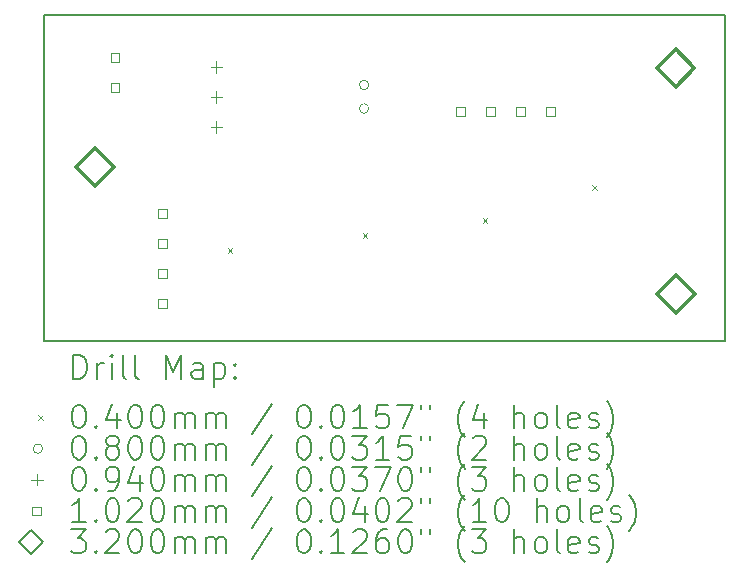
<source format=gbr>
%TF.GenerationSoftware,KiCad,Pcbnew,8.0.0*%
%TF.CreationDate,2024-04-17T17:19:13+02:00*%
%TF.ProjectId,VCU_Bis,5643555f-4269-4732-9e6b-696361645f70,rev?*%
%TF.SameCoordinates,Original*%
%TF.FileFunction,Drillmap*%
%TF.FilePolarity,Positive*%
%FSLAX45Y45*%
G04 Gerber Fmt 4.5, Leading zero omitted, Abs format (unit mm)*
G04 Created by KiCad (PCBNEW 8.0.0) date 2024-04-17 17:19:13*
%MOMM*%
%LPD*%
G01*
G04 APERTURE LIST*
%ADD10C,0.200000*%
%ADD11C,0.100000*%
%ADD12C,0.102000*%
%ADD13C,0.320000*%
G04 APERTURE END LIST*
D10*
X12964160Y-4861560D02*
X18735040Y-4861560D01*
X18735040Y-7620000D01*
X12964160Y-7620000D01*
X12964160Y-4861560D01*
D11*
X14521500Y-6838000D02*
X14561500Y-6878000D01*
X14561500Y-6838000D02*
X14521500Y-6878000D01*
X15664500Y-6711000D02*
X15704500Y-6751000D01*
X15704500Y-6711000D02*
X15664500Y-6751000D01*
X16680500Y-6584000D02*
X16720500Y-6624000D01*
X16720500Y-6584000D02*
X16680500Y-6624000D01*
X17606765Y-6303765D02*
X17646765Y-6343765D01*
X17646765Y-6303765D02*
X17606765Y-6343765D01*
X15716880Y-5453380D02*
G75*
G02*
X15636880Y-5453380I-40000J0D01*
G01*
X15636880Y-5453380D02*
G75*
G02*
X15716880Y-5453380I40000J0D01*
G01*
X15716880Y-5653380D02*
G75*
G02*
X15636880Y-5653380I-40000J0D01*
G01*
X15636880Y-5653380D02*
G75*
G02*
X15716880Y-5653380I40000J0D01*
G01*
X14424000Y-5254940D02*
X14424000Y-5348940D01*
X14377000Y-5301940D02*
X14471000Y-5301940D01*
X14424000Y-5508940D02*
X14424000Y-5602940D01*
X14377000Y-5555940D02*
X14471000Y-5555940D01*
X14424000Y-5762940D02*
X14424000Y-5856940D01*
X14377000Y-5809940D02*
X14471000Y-5809940D01*
D12*
X13602203Y-5258303D02*
X13602203Y-5186177D01*
X13530077Y-5186177D01*
X13530077Y-5258303D01*
X13602203Y-5258303D01*
X13602203Y-5512303D02*
X13602203Y-5440177D01*
X13530077Y-5440177D01*
X13530077Y-5512303D01*
X13602203Y-5512303D01*
X14006063Y-6576563D02*
X14006063Y-6504437D01*
X13933937Y-6504437D01*
X13933937Y-6576563D01*
X14006063Y-6576563D01*
X14006063Y-6830563D02*
X14006063Y-6758437D01*
X13933937Y-6758437D01*
X13933937Y-6830563D01*
X14006063Y-6830563D01*
X14006063Y-7084563D02*
X14006063Y-7012437D01*
X13933937Y-7012437D01*
X13933937Y-7084563D01*
X14006063Y-7084563D01*
X14006063Y-7338563D02*
X14006063Y-7266437D01*
X13933937Y-7266437D01*
X13933937Y-7338563D01*
X14006063Y-7338563D01*
X16528283Y-5715503D02*
X16528283Y-5643377D01*
X16456157Y-5643377D01*
X16456157Y-5715503D01*
X16528283Y-5715503D01*
X16782283Y-5715503D02*
X16782283Y-5643377D01*
X16710157Y-5643377D01*
X16710157Y-5715503D01*
X16782283Y-5715503D01*
X17036283Y-5715503D02*
X17036283Y-5643377D01*
X16964157Y-5643377D01*
X16964157Y-5715503D01*
X17036283Y-5715503D01*
X17290283Y-5715503D02*
X17290283Y-5643377D01*
X17218157Y-5643377D01*
X17218157Y-5715503D01*
X17290283Y-5715503D01*
D13*
X13398500Y-6311880D02*
X13558500Y-6151880D01*
X13398500Y-5991880D01*
X13238500Y-6151880D01*
X13398500Y-6311880D01*
X18313400Y-5473680D02*
X18473400Y-5313680D01*
X18313400Y-5153680D01*
X18153400Y-5313680D01*
X18313400Y-5473680D01*
X18315940Y-7386300D02*
X18475940Y-7226300D01*
X18315940Y-7066300D01*
X18155940Y-7226300D01*
X18315940Y-7386300D01*
D10*
X13214937Y-7941484D02*
X13214937Y-7741484D01*
X13214937Y-7741484D02*
X13262556Y-7741484D01*
X13262556Y-7741484D02*
X13291127Y-7751008D01*
X13291127Y-7751008D02*
X13310175Y-7770055D01*
X13310175Y-7770055D02*
X13319699Y-7789103D01*
X13319699Y-7789103D02*
X13329222Y-7827198D01*
X13329222Y-7827198D02*
X13329222Y-7855769D01*
X13329222Y-7855769D02*
X13319699Y-7893865D01*
X13319699Y-7893865D02*
X13310175Y-7912912D01*
X13310175Y-7912912D02*
X13291127Y-7931960D01*
X13291127Y-7931960D02*
X13262556Y-7941484D01*
X13262556Y-7941484D02*
X13214937Y-7941484D01*
X13414937Y-7941484D02*
X13414937Y-7808150D01*
X13414937Y-7846246D02*
X13424461Y-7827198D01*
X13424461Y-7827198D02*
X13433984Y-7817674D01*
X13433984Y-7817674D02*
X13453032Y-7808150D01*
X13453032Y-7808150D02*
X13472080Y-7808150D01*
X13538746Y-7941484D02*
X13538746Y-7808150D01*
X13538746Y-7741484D02*
X13529222Y-7751008D01*
X13529222Y-7751008D02*
X13538746Y-7760531D01*
X13538746Y-7760531D02*
X13548270Y-7751008D01*
X13548270Y-7751008D02*
X13538746Y-7741484D01*
X13538746Y-7741484D02*
X13538746Y-7760531D01*
X13662556Y-7941484D02*
X13643508Y-7931960D01*
X13643508Y-7931960D02*
X13633984Y-7912912D01*
X13633984Y-7912912D02*
X13633984Y-7741484D01*
X13767318Y-7941484D02*
X13748270Y-7931960D01*
X13748270Y-7931960D02*
X13738746Y-7912912D01*
X13738746Y-7912912D02*
X13738746Y-7741484D01*
X13995889Y-7941484D02*
X13995889Y-7741484D01*
X13995889Y-7741484D02*
X14062556Y-7884341D01*
X14062556Y-7884341D02*
X14129222Y-7741484D01*
X14129222Y-7741484D02*
X14129222Y-7941484D01*
X14310175Y-7941484D02*
X14310175Y-7836722D01*
X14310175Y-7836722D02*
X14300651Y-7817674D01*
X14300651Y-7817674D02*
X14281603Y-7808150D01*
X14281603Y-7808150D02*
X14243508Y-7808150D01*
X14243508Y-7808150D02*
X14224461Y-7817674D01*
X14310175Y-7931960D02*
X14291127Y-7941484D01*
X14291127Y-7941484D02*
X14243508Y-7941484D01*
X14243508Y-7941484D02*
X14224461Y-7931960D01*
X14224461Y-7931960D02*
X14214937Y-7912912D01*
X14214937Y-7912912D02*
X14214937Y-7893865D01*
X14214937Y-7893865D02*
X14224461Y-7874817D01*
X14224461Y-7874817D02*
X14243508Y-7865293D01*
X14243508Y-7865293D02*
X14291127Y-7865293D01*
X14291127Y-7865293D02*
X14310175Y-7855769D01*
X14405413Y-7808150D02*
X14405413Y-8008150D01*
X14405413Y-7817674D02*
X14424461Y-7808150D01*
X14424461Y-7808150D02*
X14462556Y-7808150D01*
X14462556Y-7808150D02*
X14481603Y-7817674D01*
X14481603Y-7817674D02*
X14491127Y-7827198D01*
X14491127Y-7827198D02*
X14500651Y-7846246D01*
X14500651Y-7846246D02*
X14500651Y-7903388D01*
X14500651Y-7903388D02*
X14491127Y-7922436D01*
X14491127Y-7922436D02*
X14481603Y-7931960D01*
X14481603Y-7931960D02*
X14462556Y-7941484D01*
X14462556Y-7941484D02*
X14424461Y-7941484D01*
X14424461Y-7941484D02*
X14405413Y-7931960D01*
X14586365Y-7922436D02*
X14595889Y-7931960D01*
X14595889Y-7931960D02*
X14586365Y-7941484D01*
X14586365Y-7941484D02*
X14576842Y-7931960D01*
X14576842Y-7931960D02*
X14586365Y-7922436D01*
X14586365Y-7922436D02*
X14586365Y-7941484D01*
X14586365Y-7817674D02*
X14595889Y-7827198D01*
X14595889Y-7827198D02*
X14586365Y-7836722D01*
X14586365Y-7836722D02*
X14576842Y-7827198D01*
X14576842Y-7827198D02*
X14586365Y-7817674D01*
X14586365Y-7817674D02*
X14586365Y-7836722D01*
D11*
X12914160Y-8250000D02*
X12954160Y-8290000D01*
X12954160Y-8250000D02*
X12914160Y-8290000D01*
D10*
X13253032Y-8161484D02*
X13272080Y-8161484D01*
X13272080Y-8161484D02*
X13291127Y-8171008D01*
X13291127Y-8171008D02*
X13300651Y-8180531D01*
X13300651Y-8180531D02*
X13310175Y-8199579D01*
X13310175Y-8199579D02*
X13319699Y-8237674D01*
X13319699Y-8237674D02*
X13319699Y-8285293D01*
X13319699Y-8285293D02*
X13310175Y-8323388D01*
X13310175Y-8323388D02*
X13300651Y-8342436D01*
X13300651Y-8342436D02*
X13291127Y-8351960D01*
X13291127Y-8351960D02*
X13272080Y-8361484D01*
X13272080Y-8361484D02*
X13253032Y-8361484D01*
X13253032Y-8361484D02*
X13233984Y-8351960D01*
X13233984Y-8351960D02*
X13224461Y-8342436D01*
X13224461Y-8342436D02*
X13214937Y-8323388D01*
X13214937Y-8323388D02*
X13205413Y-8285293D01*
X13205413Y-8285293D02*
X13205413Y-8237674D01*
X13205413Y-8237674D02*
X13214937Y-8199579D01*
X13214937Y-8199579D02*
X13224461Y-8180531D01*
X13224461Y-8180531D02*
X13233984Y-8171008D01*
X13233984Y-8171008D02*
X13253032Y-8161484D01*
X13405413Y-8342436D02*
X13414937Y-8351960D01*
X13414937Y-8351960D02*
X13405413Y-8361484D01*
X13405413Y-8361484D02*
X13395889Y-8351960D01*
X13395889Y-8351960D02*
X13405413Y-8342436D01*
X13405413Y-8342436D02*
X13405413Y-8361484D01*
X13586365Y-8228150D02*
X13586365Y-8361484D01*
X13538746Y-8151960D02*
X13491127Y-8294817D01*
X13491127Y-8294817D02*
X13614937Y-8294817D01*
X13729222Y-8161484D02*
X13748270Y-8161484D01*
X13748270Y-8161484D02*
X13767318Y-8171008D01*
X13767318Y-8171008D02*
X13776842Y-8180531D01*
X13776842Y-8180531D02*
X13786365Y-8199579D01*
X13786365Y-8199579D02*
X13795889Y-8237674D01*
X13795889Y-8237674D02*
X13795889Y-8285293D01*
X13795889Y-8285293D02*
X13786365Y-8323388D01*
X13786365Y-8323388D02*
X13776842Y-8342436D01*
X13776842Y-8342436D02*
X13767318Y-8351960D01*
X13767318Y-8351960D02*
X13748270Y-8361484D01*
X13748270Y-8361484D02*
X13729222Y-8361484D01*
X13729222Y-8361484D02*
X13710175Y-8351960D01*
X13710175Y-8351960D02*
X13700651Y-8342436D01*
X13700651Y-8342436D02*
X13691127Y-8323388D01*
X13691127Y-8323388D02*
X13681603Y-8285293D01*
X13681603Y-8285293D02*
X13681603Y-8237674D01*
X13681603Y-8237674D02*
X13691127Y-8199579D01*
X13691127Y-8199579D02*
X13700651Y-8180531D01*
X13700651Y-8180531D02*
X13710175Y-8171008D01*
X13710175Y-8171008D02*
X13729222Y-8161484D01*
X13919699Y-8161484D02*
X13938746Y-8161484D01*
X13938746Y-8161484D02*
X13957794Y-8171008D01*
X13957794Y-8171008D02*
X13967318Y-8180531D01*
X13967318Y-8180531D02*
X13976842Y-8199579D01*
X13976842Y-8199579D02*
X13986365Y-8237674D01*
X13986365Y-8237674D02*
X13986365Y-8285293D01*
X13986365Y-8285293D02*
X13976842Y-8323388D01*
X13976842Y-8323388D02*
X13967318Y-8342436D01*
X13967318Y-8342436D02*
X13957794Y-8351960D01*
X13957794Y-8351960D02*
X13938746Y-8361484D01*
X13938746Y-8361484D02*
X13919699Y-8361484D01*
X13919699Y-8361484D02*
X13900651Y-8351960D01*
X13900651Y-8351960D02*
X13891127Y-8342436D01*
X13891127Y-8342436D02*
X13881603Y-8323388D01*
X13881603Y-8323388D02*
X13872080Y-8285293D01*
X13872080Y-8285293D02*
X13872080Y-8237674D01*
X13872080Y-8237674D02*
X13881603Y-8199579D01*
X13881603Y-8199579D02*
X13891127Y-8180531D01*
X13891127Y-8180531D02*
X13900651Y-8171008D01*
X13900651Y-8171008D02*
X13919699Y-8161484D01*
X14072080Y-8361484D02*
X14072080Y-8228150D01*
X14072080Y-8247198D02*
X14081603Y-8237674D01*
X14081603Y-8237674D02*
X14100651Y-8228150D01*
X14100651Y-8228150D02*
X14129223Y-8228150D01*
X14129223Y-8228150D02*
X14148270Y-8237674D01*
X14148270Y-8237674D02*
X14157794Y-8256722D01*
X14157794Y-8256722D02*
X14157794Y-8361484D01*
X14157794Y-8256722D02*
X14167318Y-8237674D01*
X14167318Y-8237674D02*
X14186365Y-8228150D01*
X14186365Y-8228150D02*
X14214937Y-8228150D01*
X14214937Y-8228150D02*
X14233984Y-8237674D01*
X14233984Y-8237674D02*
X14243508Y-8256722D01*
X14243508Y-8256722D02*
X14243508Y-8361484D01*
X14338746Y-8361484D02*
X14338746Y-8228150D01*
X14338746Y-8247198D02*
X14348270Y-8237674D01*
X14348270Y-8237674D02*
X14367318Y-8228150D01*
X14367318Y-8228150D02*
X14395889Y-8228150D01*
X14395889Y-8228150D02*
X14414937Y-8237674D01*
X14414937Y-8237674D02*
X14424461Y-8256722D01*
X14424461Y-8256722D02*
X14424461Y-8361484D01*
X14424461Y-8256722D02*
X14433984Y-8237674D01*
X14433984Y-8237674D02*
X14453032Y-8228150D01*
X14453032Y-8228150D02*
X14481603Y-8228150D01*
X14481603Y-8228150D02*
X14500651Y-8237674D01*
X14500651Y-8237674D02*
X14510175Y-8256722D01*
X14510175Y-8256722D02*
X14510175Y-8361484D01*
X14900651Y-8151960D02*
X14729223Y-8409103D01*
X15157794Y-8161484D02*
X15176842Y-8161484D01*
X15176842Y-8161484D02*
X15195889Y-8171008D01*
X15195889Y-8171008D02*
X15205413Y-8180531D01*
X15205413Y-8180531D02*
X15214937Y-8199579D01*
X15214937Y-8199579D02*
X15224461Y-8237674D01*
X15224461Y-8237674D02*
X15224461Y-8285293D01*
X15224461Y-8285293D02*
X15214937Y-8323388D01*
X15214937Y-8323388D02*
X15205413Y-8342436D01*
X15205413Y-8342436D02*
X15195889Y-8351960D01*
X15195889Y-8351960D02*
X15176842Y-8361484D01*
X15176842Y-8361484D02*
X15157794Y-8361484D01*
X15157794Y-8361484D02*
X15138746Y-8351960D01*
X15138746Y-8351960D02*
X15129223Y-8342436D01*
X15129223Y-8342436D02*
X15119699Y-8323388D01*
X15119699Y-8323388D02*
X15110175Y-8285293D01*
X15110175Y-8285293D02*
X15110175Y-8237674D01*
X15110175Y-8237674D02*
X15119699Y-8199579D01*
X15119699Y-8199579D02*
X15129223Y-8180531D01*
X15129223Y-8180531D02*
X15138746Y-8171008D01*
X15138746Y-8171008D02*
X15157794Y-8161484D01*
X15310175Y-8342436D02*
X15319699Y-8351960D01*
X15319699Y-8351960D02*
X15310175Y-8361484D01*
X15310175Y-8361484D02*
X15300651Y-8351960D01*
X15300651Y-8351960D02*
X15310175Y-8342436D01*
X15310175Y-8342436D02*
X15310175Y-8361484D01*
X15443508Y-8161484D02*
X15462556Y-8161484D01*
X15462556Y-8161484D02*
X15481604Y-8171008D01*
X15481604Y-8171008D02*
X15491127Y-8180531D01*
X15491127Y-8180531D02*
X15500651Y-8199579D01*
X15500651Y-8199579D02*
X15510175Y-8237674D01*
X15510175Y-8237674D02*
X15510175Y-8285293D01*
X15510175Y-8285293D02*
X15500651Y-8323388D01*
X15500651Y-8323388D02*
X15491127Y-8342436D01*
X15491127Y-8342436D02*
X15481604Y-8351960D01*
X15481604Y-8351960D02*
X15462556Y-8361484D01*
X15462556Y-8361484D02*
X15443508Y-8361484D01*
X15443508Y-8361484D02*
X15424461Y-8351960D01*
X15424461Y-8351960D02*
X15414937Y-8342436D01*
X15414937Y-8342436D02*
X15405413Y-8323388D01*
X15405413Y-8323388D02*
X15395889Y-8285293D01*
X15395889Y-8285293D02*
X15395889Y-8237674D01*
X15395889Y-8237674D02*
X15405413Y-8199579D01*
X15405413Y-8199579D02*
X15414937Y-8180531D01*
X15414937Y-8180531D02*
X15424461Y-8171008D01*
X15424461Y-8171008D02*
X15443508Y-8161484D01*
X15700651Y-8361484D02*
X15586366Y-8361484D01*
X15643508Y-8361484D02*
X15643508Y-8161484D01*
X15643508Y-8161484D02*
X15624461Y-8190055D01*
X15624461Y-8190055D02*
X15605413Y-8209103D01*
X15605413Y-8209103D02*
X15586366Y-8218627D01*
X15881604Y-8161484D02*
X15786366Y-8161484D01*
X15786366Y-8161484D02*
X15776842Y-8256722D01*
X15776842Y-8256722D02*
X15786366Y-8247198D01*
X15786366Y-8247198D02*
X15805413Y-8237674D01*
X15805413Y-8237674D02*
X15853032Y-8237674D01*
X15853032Y-8237674D02*
X15872080Y-8247198D01*
X15872080Y-8247198D02*
X15881604Y-8256722D01*
X15881604Y-8256722D02*
X15891127Y-8275769D01*
X15891127Y-8275769D02*
X15891127Y-8323388D01*
X15891127Y-8323388D02*
X15881604Y-8342436D01*
X15881604Y-8342436D02*
X15872080Y-8351960D01*
X15872080Y-8351960D02*
X15853032Y-8361484D01*
X15853032Y-8361484D02*
X15805413Y-8361484D01*
X15805413Y-8361484D02*
X15786366Y-8351960D01*
X15786366Y-8351960D02*
X15776842Y-8342436D01*
X15957794Y-8161484D02*
X16091127Y-8161484D01*
X16091127Y-8161484D02*
X16005413Y-8361484D01*
X16157794Y-8161484D02*
X16157794Y-8199579D01*
X16233985Y-8161484D02*
X16233985Y-8199579D01*
X16529223Y-8437674D02*
X16519699Y-8428150D01*
X16519699Y-8428150D02*
X16500651Y-8399579D01*
X16500651Y-8399579D02*
X16491128Y-8380531D01*
X16491128Y-8380531D02*
X16481604Y-8351960D01*
X16481604Y-8351960D02*
X16472080Y-8304341D01*
X16472080Y-8304341D02*
X16472080Y-8266246D01*
X16472080Y-8266246D02*
X16481604Y-8218627D01*
X16481604Y-8218627D02*
X16491128Y-8190055D01*
X16491128Y-8190055D02*
X16500651Y-8171008D01*
X16500651Y-8171008D02*
X16519699Y-8142436D01*
X16519699Y-8142436D02*
X16529223Y-8132912D01*
X16691128Y-8228150D02*
X16691128Y-8361484D01*
X16643508Y-8151960D02*
X16595889Y-8294817D01*
X16595889Y-8294817D02*
X16719699Y-8294817D01*
X16948271Y-8361484D02*
X16948271Y-8161484D01*
X17033985Y-8361484D02*
X17033985Y-8256722D01*
X17033985Y-8256722D02*
X17024461Y-8237674D01*
X17024461Y-8237674D02*
X17005413Y-8228150D01*
X17005413Y-8228150D02*
X16976842Y-8228150D01*
X16976842Y-8228150D02*
X16957794Y-8237674D01*
X16957794Y-8237674D02*
X16948271Y-8247198D01*
X17157794Y-8361484D02*
X17138747Y-8351960D01*
X17138747Y-8351960D02*
X17129223Y-8342436D01*
X17129223Y-8342436D02*
X17119699Y-8323388D01*
X17119699Y-8323388D02*
X17119699Y-8266246D01*
X17119699Y-8266246D02*
X17129223Y-8247198D01*
X17129223Y-8247198D02*
X17138747Y-8237674D01*
X17138747Y-8237674D02*
X17157794Y-8228150D01*
X17157794Y-8228150D02*
X17186366Y-8228150D01*
X17186366Y-8228150D02*
X17205413Y-8237674D01*
X17205413Y-8237674D02*
X17214937Y-8247198D01*
X17214937Y-8247198D02*
X17224461Y-8266246D01*
X17224461Y-8266246D02*
X17224461Y-8323388D01*
X17224461Y-8323388D02*
X17214937Y-8342436D01*
X17214937Y-8342436D02*
X17205413Y-8351960D01*
X17205413Y-8351960D02*
X17186366Y-8361484D01*
X17186366Y-8361484D02*
X17157794Y-8361484D01*
X17338747Y-8361484D02*
X17319699Y-8351960D01*
X17319699Y-8351960D02*
X17310175Y-8332912D01*
X17310175Y-8332912D02*
X17310175Y-8161484D01*
X17491128Y-8351960D02*
X17472080Y-8361484D01*
X17472080Y-8361484D02*
X17433985Y-8361484D01*
X17433985Y-8361484D02*
X17414937Y-8351960D01*
X17414937Y-8351960D02*
X17405413Y-8332912D01*
X17405413Y-8332912D02*
X17405413Y-8256722D01*
X17405413Y-8256722D02*
X17414937Y-8237674D01*
X17414937Y-8237674D02*
X17433985Y-8228150D01*
X17433985Y-8228150D02*
X17472080Y-8228150D01*
X17472080Y-8228150D02*
X17491128Y-8237674D01*
X17491128Y-8237674D02*
X17500652Y-8256722D01*
X17500652Y-8256722D02*
X17500652Y-8275769D01*
X17500652Y-8275769D02*
X17405413Y-8294817D01*
X17576842Y-8351960D02*
X17595890Y-8361484D01*
X17595890Y-8361484D02*
X17633985Y-8361484D01*
X17633985Y-8361484D02*
X17653033Y-8351960D01*
X17653033Y-8351960D02*
X17662556Y-8332912D01*
X17662556Y-8332912D02*
X17662556Y-8323388D01*
X17662556Y-8323388D02*
X17653033Y-8304341D01*
X17653033Y-8304341D02*
X17633985Y-8294817D01*
X17633985Y-8294817D02*
X17605413Y-8294817D01*
X17605413Y-8294817D02*
X17586366Y-8285293D01*
X17586366Y-8285293D02*
X17576842Y-8266246D01*
X17576842Y-8266246D02*
X17576842Y-8256722D01*
X17576842Y-8256722D02*
X17586366Y-8237674D01*
X17586366Y-8237674D02*
X17605413Y-8228150D01*
X17605413Y-8228150D02*
X17633985Y-8228150D01*
X17633985Y-8228150D02*
X17653033Y-8237674D01*
X17729223Y-8437674D02*
X17738747Y-8428150D01*
X17738747Y-8428150D02*
X17757794Y-8399579D01*
X17757794Y-8399579D02*
X17767318Y-8380531D01*
X17767318Y-8380531D02*
X17776842Y-8351960D01*
X17776842Y-8351960D02*
X17786366Y-8304341D01*
X17786366Y-8304341D02*
X17786366Y-8266246D01*
X17786366Y-8266246D02*
X17776842Y-8218627D01*
X17776842Y-8218627D02*
X17767318Y-8190055D01*
X17767318Y-8190055D02*
X17757794Y-8171008D01*
X17757794Y-8171008D02*
X17738747Y-8142436D01*
X17738747Y-8142436D02*
X17729223Y-8132912D01*
D11*
X12954160Y-8534000D02*
G75*
G02*
X12874160Y-8534000I-40000J0D01*
G01*
X12874160Y-8534000D02*
G75*
G02*
X12954160Y-8534000I40000J0D01*
G01*
D10*
X13253032Y-8425484D02*
X13272080Y-8425484D01*
X13272080Y-8425484D02*
X13291127Y-8435008D01*
X13291127Y-8435008D02*
X13300651Y-8444531D01*
X13300651Y-8444531D02*
X13310175Y-8463579D01*
X13310175Y-8463579D02*
X13319699Y-8501674D01*
X13319699Y-8501674D02*
X13319699Y-8549293D01*
X13319699Y-8549293D02*
X13310175Y-8587389D01*
X13310175Y-8587389D02*
X13300651Y-8606436D01*
X13300651Y-8606436D02*
X13291127Y-8615960D01*
X13291127Y-8615960D02*
X13272080Y-8625484D01*
X13272080Y-8625484D02*
X13253032Y-8625484D01*
X13253032Y-8625484D02*
X13233984Y-8615960D01*
X13233984Y-8615960D02*
X13224461Y-8606436D01*
X13224461Y-8606436D02*
X13214937Y-8587389D01*
X13214937Y-8587389D02*
X13205413Y-8549293D01*
X13205413Y-8549293D02*
X13205413Y-8501674D01*
X13205413Y-8501674D02*
X13214937Y-8463579D01*
X13214937Y-8463579D02*
X13224461Y-8444531D01*
X13224461Y-8444531D02*
X13233984Y-8435008D01*
X13233984Y-8435008D02*
X13253032Y-8425484D01*
X13405413Y-8606436D02*
X13414937Y-8615960D01*
X13414937Y-8615960D02*
X13405413Y-8625484D01*
X13405413Y-8625484D02*
X13395889Y-8615960D01*
X13395889Y-8615960D02*
X13405413Y-8606436D01*
X13405413Y-8606436D02*
X13405413Y-8625484D01*
X13529222Y-8511198D02*
X13510175Y-8501674D01*
X13510175Y-8501674D02*
X13500651Y-8492150D01*
X13500651Y-8492150D02*
X13491127Y-8473103D01*
X13491127Y-8473103D02*
X13491127Y-8463579D01*
X13491127Y-8463579D02*
X13500651Y-8444531D01*
X13500651Y-8444531D02*
X13510175Y-8435008D01*
X13510175Y-8435008D02*
X13529222Y-8425484D01*
X13529222Y-8425484D02*
X13567318Y-8425484D01*
X13567318Y-8425484D02*
X13586365Y-8435008D01*
X13586365Y-8435008D02*
X13595889Y-8444531D01*
X13595889Y-8444531D02*
X13605413Y-8463579D01*
X13605413Y-8463579D02*
X13605413Y-8473103D01*
X13605413Y-8473103D02*
X13595889Y-8492150D01*
X13595889Y-8492150D02*
X13586365Y-8501674D01*
X13586365Y-8501674D02*
X13567318Y-8511198D01*
X13567318Y-8511198D02*
X13529222Y-8511198D01*
X13529222Y-8511198D02*
X13510175Y-8520722D01*
X13510175Y-8520722D02*
X13500651Y-8530246D01*
X13500651Y-8530246D02*
X13491127Y-8549293D01*
X13491127Y-8549293D02*
X13491127Y-8587389D01*
X13491127Y-8587389D02*
X13500651Y-8606436D01*
X13500651Y-8606436D02*
X13510175Y-8615960D01*
X13510175Y-8615960D02*
X13529222Y-8625484D01*
X13529222Y-8625484D02*
X13567318Y-8625484D01*
X13567318Y-8625484D02*
X13586365Y-8615960D01*
X13586365Y-8615960D02*
X13595889Y-8606436D01*
X13595889Y-8606436D02*
X13605413Y-8587389D01*
X13605413Y-8587389D02*
X13605413Y-8549293D01*
X13605413Y-8549293D02*
X13595889Y-8530246D01*
X13595889Y-8530246D02*
X13586365Y-8520722D01*
X13586365Y-8520722D02*
X13567318Y-8511198D01*
X13729222Y-8425484D02*
X13748270Y-8425484D01*
X13748270Y-8425484D02*
X13767318Y-8435008D01*
X13767318Y-8435008D02*
X13776842Y-8444531D01*
X13776842Y-8444531D02*
X13786365Y-8463579D01*
X13786365Y-8463579D02*
X13795889Y-8501674D01*
X13795889Y-8501674D02*
X13795889Y-8549293D01*
X13795889Y-8549293D02*
X13786365Y-8587389D01*
X13786365Y-8587389D02*
X13776842Y-8606436D01*
X13776842Y-8606436D02*
X13767318Y-8615960D01*
X13767318Y-8615960D02*
X13748270Y-8625484D01*
X13748270Y-8625484D02*
X13729222Y-8625484D01*
X13729222Y-8625484D02*
X13710175Y-8615960D01*
X13710175Y-8615960D02*
X13700651Y-8606436D01*
X13700651Y-8606436D02*
X13691127Y-8587389D01*
X13691127Y-8587389D02*
X13681603Y-8549293D01*
X13681603Y-8549293D02*
X13681603Y-8501674D01*
X13681603Y-8501674D02*
X13691127Y-8463579D01*
X13691127Y-8463579D02*
X13700651Y-8444531D01*
X13700651Y-8444531D02*
X13710175Y-8435008D01*
X13710175Y-8435008D02*
X13729222Y-8425484D01*
X13919699Y-8425484D02*
X13938746Y-8425484D01*
X13938746Y-8425484D02*
X13957794Y-8435008D01*
X13957794Y-8435008D02*
X13967318Y-8444531D01*
X13967318Y-8444531D02*
X13976842Y-8463579D01*
X13976842Y-8463579D02*
X13986365Y-8501674D01*
X13986365Y-8501674D02*
X13986365Y-8549293D01*
X13986365Y-8549293D02*
X13976842Y-8587389D01*
X13976842Y-8587389D02*
X13967318Y-8606436D01*
X13967318Y-8606436D02*
X13957794Y-8615960D01*
X13957794Y-8615960D02*
X13938746Y-8625484D01*
X13938746Y-8625484D02*
X13919699Y-8625484D01*
X13919699Y-8625484D02*
X13900651Y-8615960D01*
X13900651Y-8615960D02*
X13891127Y-8606436D01*
X13891127Y-8606436D02*
X13881603Y-8587389D01*
X13881603Y-8587389D02*
X13872080Y-8549293D01*
X13872080Y-8549293D02*
X13872080Y-8501674D01*
X13872080Y-8501674D02*
X13881603Y-8463579D01*
X13881603Y-8463579D02*
X13891127Y-8444531D01*
X13891127Y-8444531D02*
X13900651Y-8435008D01*
X13900651Y-8435008D02*
X13919699Y-8425484D01*
X14072080Y-8625484D02*
X14072080Y-8492150D01*
X14072080Y-8511198D02*
X14081603Y-8501674D01*
X14081603Y-8501674D02*
X14100651Y-8492150D01*
X14100651Y-8492150D02*
X14129223Y-8492150D01*
X14129223Y-8492150D02*
X14148270Y-8501674D01*
X14148270Y-8501674D02*
X14157794Y-8520722D01*
X14157794Y-8520722D02*
X14157794Y-8625484D01*
X14157794Y-8520722D02*
X14167318Y-8501674D01*
X14167318Y-8501674D02*
X14186365Y-8492150D01*
X14186365Y-8492150D02*
X14214937Y-8492150D01*
X14214937Y-8492150D02*
X14233984Y-8501674D01*
X14233984Y-8501674D02*
X14243508Y-8520722D01*
X14243508Y-8520722D02*
X14243508Y-8625484D01*
X14338746Y-8625484D02*
X14338746Y-8492150D01*
X14338746Y-8511198D02*
X14348270Y-8501674D01*
X14348270Y-8501674D02*
X14367318Y-8492150D01*
X14367318Y-8492150D02*
X14395889Y-8492150D01*
X14395889Y-8492150D02*
X14414937Y-8501674D01*
X14414937Y-8501674D02*
X14424461Y-8520722D01*
X14424461Y-8520722D02*
X14424461Y-8625484D01*
X14424461Y-8520722D02*
X14433984Y-8501674D01*
X14433984Y-8501674D02*
X14453032Y-8492150D01*
X14453032Y-8492150D02*
X14481603Y-8492150D01*
X14481603Y-8492150D02*
X14500651Y-8501674D01*
X14500651Y-8501674D02*
X14510175Y-8520722D01*
X14510175Y-8520722D02*
X14510175Y-8625484D01*
X14900651Y-8415960D02*
X14729223Y-8673103D01*
X15157794Y-8425484D02*
X15176842Y-8425484D01*
X15176842Y-8425484D02*
X15195889Y-8435008D01*
X15195889Y-8435008D02*
X15205413Y-8444531D01*
X15205413Y-8444531D02*
X15214937Y-8463579D01*
X15214937Y-8463579D02*
X15224461Y-8501674D01*
X15224461Y-8501674D02*
X15224461Y-8549293D01*
X15224461Y-8549293D02*
X15214937Y-8587389D01*
X15214937Y-8587389D02*
X15205413Y-8606436D01*
X15205413Y-8606436D02*
X15195889Y-8615960D01*
X15195889Y-8615960D02*
X15176842Y-8625484D01*
X15176842Y-8625484D02*
X15157794Y-8625484D01*
X15157794Y-8625484D02*
X15138746Y-8615960D01*
X15138746Y-8615960D02*
X15129223Y-8606436D01*
X15129223Y-8606436D02*
X15119699Y-8587389D01*
X15119699Y-8587389D02*
X15110175Y-8549293D01*
X15110175Y-8549293D02*
X15110175Y-8501674D01*
X15110175Y-8501674D02*
X15119699Y-8463579D01*
X15119699Y-8463579D02*
X15129223Y-8444531D01*
X15129223Y-8444531D02*
X15138746Y-8435008D01*
X15138746Y-8435008D02*
X15157794Y-8425484D01*
X15310175Y-8606436D02*
X15319699Y-8615960D01*
X15319699Y-8615960D02*
X15310175Y-8625484D01*
X15310175Y-8625484D02*
X15300651Y-8615960D01*
X15300651Y-8615960D02*
X15310175Y-8606436D01*
X15310175Y-8606436D02*
X15310175Y-8625484D01*
X15443508Y-8425484D02*
X15462556Y-8425484D01*
X15462556Y-8425484D02*
X15481604Y-8435008D01*
X15481604Y-8435008D02*
X15491127Y-8444531D01*
X15491127Y-8444531D02*
X15500651Y-8463579D01*
X15500651Y-8463579D02*
X15510175Y-8501674D01*
X15510175Y-8501674D02*
X15510175Y-8549293D01*
X15510175Y-8549293D02*
X15500651Y-8587389D01*
X15500651Y-8587389D02*
X15491127Y-8606436D01*
X15491127Y-8606436D02*
X15481604Y-8615960D01*
X15481604Y-8615960D02*
X15462556Y-8625484D01*
X15462556Y-8625484D02*
X15443508Y-8625484D01*
X15443508Y-8625484D02*
X15424461Y-8615960D01*
X15424461Y-8615960D02*
X15414937Y-8606436D01*
X15414937Y-8606436D02*
X15405413Y-8587389D01*
X15405413Y-8587389D02*
X15395889Y-8549293D01*
X15395889Y-8549293D02*
X15395889Y-8501674D01*
X15395889Y-8501674D02*
X15405413Y-8463579D01*
X15405413Y-8463579D02*
X15414937Y-8444531D01*
X15414937Y-8444531D02*
X15424461Y-8435008D01*
X15424461Y-8435008D02*
X15443508Y-8425484D01*
X15576842Y-8425484D02*
X15700651Y-8425484D01*
X15700651Y-8425484D02*
X15633985Y-8501674D01*
X15633985Y-8501674D02*
X15662556Y-8501674D01*
X15662556Y-8501674D02*
X15681604Y-8511198D01*
X15681604Y-8511198D02*
X15691127Y-8520722D01*
X15691127Y-8520722D02*
X15700651Y-8539770D01*
X15700651Y-8539770D02*
X15700651Y-8587389D01*
X15700651Y-8587389D02*
X15691127Y-8606436D01*
X15691127Y-8606436D02*
X15681604Y-8615960D01*
X15681604Y-8615960D02*
X15662556Y-8625484D01*
X15662556Y-8625484D02*
X15605413Y-8625484D01*
X15605413Y-8625484D02*
X15586366Y-8615960D01*
X15586366Y-8615960D02*
X15576842Y-8606436D01*
X15891127Y-8625484D02*
X15776842Y-8625484D01*
X15833985Y-8625484D02*
X15833985Y-8425484D01*
X15833985Y-8425484D02*
X15814937Y-8454055D01*
X15814937Y-8454055D02*
X15795889Y-8473103D01*
X15795889Y-8473103D02*
X15776842Y-8482627D01*
X16072080Y-8425484D02*
X15976842Y-8425484D01*
X15976842Y-8425484D02*
X15967318Y-8520722D01*
X15967318Y-8520722D02*
X15976842Y-8511198D01*
X15976842Y-8511198D02*
X15995889Y-8501674D01*
X15995889Y-8501674D02*
X16043508Y-8501674D01*
X16043508Y-8501674D02*
X16062556Y-8511198D01*
X16062556Y-8511198D02*
X16072080Y-8520722D01*
X16072080Y-8520722D02*
X16081604Y-8539770D01*
X16081604Y-8539770D02*
X16081604Y-8587389D01*
X16081604Y-8587389D02*
X16072080Y-8606436D01*
X16072080Y-8606436D02*
X16062556Y-8615960D01*
X16062556Y-8615960D02*
X16043508Y-8625484D01*
X16043508Y-8625484D02*
X15995889Y-8625484D01*
X15995889Y-8625484D02*
X15976842Y-8615960D01*
X15976842Y-8615960D02*
X15967318Y-8606436D01*
X16157794Y-8425484D02*
X16157794Y-8463579D01*
X16233985Y-8425484D02*
X16233985Y-8463579D01*
X16529223Y-8701674D02*
X16519699Y-8692150D01*
X16519699Y-8692150D02*
X16500651Y-8663579D01*
X16500651Y-8663579D02*
X16491128Y-8644531D01*
X16491128Y-8644531D02*
X16481604Y-8615960D01*
X16481604Y-8615960D02*
X16472080Y-8568341D01*
X16472080Y-8568341D02*
X16472080Y-8530246D01*
X16472080Y-8530246D02*
X16481604Y-8482627D01*
X16481604Y-8482627D02*
X16491128Y-8454055D01*
X16491128Y-8454055D02*
X16500651Y-8435008D01*
X16500651Y-8435008D02*
X16519699Y-8406436D01*
X16519699Y-8406436D02*
X16529223Y-8396912D01*
X16595889Y-8444531D02*
X16605413Y-8435008D01*
X16605413Y-8435008D02*
X16624461Y-8425484D01*
X16624461Y-8425484D02*
X16672080Y-8425484D01*
X16672080Y-8425484D02*
X16691128Y-8435008D01*
X16691128Y-8435008D02*
X16700651Y-8444531D01*
X16700651Y-8444531D02*
X16710175Y-8463579D01*
X16710175Y-8463579D02*
X16710175Y-8482627D01*
X16710175Y-8482627D02*
X16700651Y-8511198D01*
X16700651Y-8511198D02*
X16586366Y-8625484D01*
X16586366Y-8625484D02*
X16710175Y-8625484D01*
X16948271Y-8625484D02*
X16948271Y-8425484D01*
X17033985Y-8625484D02*
X17033985Y-8520722D01*
X17033985Y-8520722D02*
X17024461Y-8501674D01*
X17024461Y-8501674D02*
X17005413Y-8492150D01*
X17005413Y-8492150D02*
X16976842Y-8492150D01*
X16976842Y-8492150D02*
X16957794Y-8501674D01*
X16957794Y-8501674D02*
X16948271Y-8511198D01*
X17157794Y-8625484D02*
X17138747Y-8615960D01*
X17138747Y-8615960D02*
X17129223Y-8606436D01*
X17129223Y-8606436D02*
X17119699Y-8587389D01*
X17119699Y-8587389D02*
X17119699Y-8530246D01*
X17119699Y-8530246D02*
X17129223Y-8511198D01*
X17129223Y-8511198D02*
X17138747Y-8501674D01*
X17138747Y-8501674D02*
X17157794Y-8492150D01*
X17157794Y-8492150D02*
X17186366Y-8492150D01*
X17186366Y-8492150D02*
X17205413Y-8501674D01*
X17205413Y-8501674D02*
X17214937Y-8511198D01*
X17214937Y-8511198D02*
X17224461Y-8530246D01*
X17224461Y-8530246D02*
X17224461Y-8587389D01*
X17224461Y-8587389D02*
X17214937Y-8606436D01*
X17214937Y-8606436D02*
X17205413Y-8615960D01*
X17205413Y-8615960D02*
X17186366Y-8625484D01*
X17186366Y-8625484D02*
X17157794Y-8625484D01*
X17338747Y-8625484D02*
X17319699Y-8615960D01*
X17319699Y-8615960D02*
X17310175Y-8596912D01*
X17310175Y-8596912D02*
X17310175Y-8425484D01*
X17491128Y-8615960D02*
X17472080Y-8625484D01*
X17472080Y-8625484D02*
X17433985Y-8625484D01*
X17433985Y-8625484D02*
X17414937Y-8615960D01*
X17414937Y-8615960D02*
X17405413Y-8596912D01*
X17405413Y-8596912D02*
X17405413Y-8520722D01*
X17405413Y-8520722D02*
X17414937Y-8501674D01*
X17414937Y-8501674D02*
X17433985Y-8492150D01*
X17433985Y-8492150D02*
X17472080Y-8492150D01*
X17472080Y-8492150D02*
X17491128Y-8501674D01*
X17491128Y-8501674D02*
X17500652Y-8520722D01*
X17500652Y-8520722D02*
X17500652Y-8539770D01*
X17500652Y-8539770D02*
X17405413Y-8558817D01*
X17576842Y-8615960D02*
X17595890Y-8625484D01*
X17595890Y-8625484D02*
X17633985Y-8625484D01*
X17633985Y-8625484D02*
X17653033Y-8615960D01*
X17653033Y-8615960D02*
X17662556Y-8596912D01*
X17662556Y-8596912D02*
X17662556Y-8587389D01*
X17662556Y-8587389D02*
X17653033Y-8568341D01*
X17653033Y-8568341D02*
X17633985Y-8558817D01*
X17633985Y-8558817D02*
X17605413Y-8558817D01*
X17605413Y-8558817D02*
X17586366Y-8549293D01*
X17586366Y-8549293D02*
X17576842Y-8530246D01*
X17576842Y-8530246D02*
X17576842Y-8520722D01*
X17576842Y-8520722D02*
X17586366Y-8501674D01*
X17586366Y-8501674D02*
X17605413Y-8492150D01*
X17605413Y-8492150D02*
X17633985Y-8492150D01*
X17633985Y-8492150D02*
X17653033Y-8501674D01*
X17729223Y-8701674D02*
X17738747Y-8692150D01*
X17738747Y-8692150D02*
X17757794Y-8663579D01*
X17757794Y-8663579D02*
X17767318Y-8644531D01*
X17767318Y-8644531D02*
X17776842Y-8615960D01*
X17776842Y-8615960D02*
X17786366Y-8568341D01*
X17786366Y-8568341D02*
X17786366Y-8530246D01*
X17786366Y-8530246D02*
X17776842Y-8482627D01*
X17776842Y-8482627D02*
X17767318Y-8454055D01*
X17767318Y-8454055D02*
X17757794Y-8435008D01*
X17757794Y-8435008D02*
X17738747Y-8406436D01*
X17738747Y-8406436D02*
X17729223Y-8396912D01*
D11*
X12907160Y-8751000D02*
X12907160Y-8845000D01*
X12860160Y-8798000D02*
X12954160Y-8798000D01*
D10*
X13253032Y-8689484D02*
X13272080Y-8689484D01*
X13272080Y-8689484D02*
X13291127Y-8699008D01*
X13291127Y-8699008D02*
X13300651Y-8708531D01*
X13300651Y-8708531D02*
X13310175Y-8727579D01*
X13310175Y-8727579D02*
X13319699Y-8765674D01*
X13319699Y-8765674D02*
X13319699Y-8813293D01*
X13319699Y-8813293D02*
X13310175Y-8851389D01*
X13310175Y-8851389D02*
X13300651Y-8870436D01*
X13300651Y-8870436D02*
X13291127Y-8879960D01*
X13291127Y-8879960D02*
X13272080Y-8889484D01*
X13272080Y-8889484D02*
X13253032Y-8889484D01*
X13253032Y-8889484D02*
X13233984Y-8879960D01*
X13233984Y-8879960D02*
X13224461Y-8870436D01*
X13224461Y-8870436D02*
X13214937Y-8851389D01*
X13214937Y-8851389D02*
X13205413Y-8813293D01*
X13205413Y-8813293D02*
X13205413Y-8765674D01*
X13205413Y-8765674D02*
X13214937Y-8727579D01*
X13214937Y-8727579D02*
X13224461Y-8708531D01*
X13224461Y-8708531D02*
X13233984Y-8699008D01*
X13233984Y-8699008D02*
X13253032Y-8689484D01*
X13405413Y-8870436D02*
X13414937Y-8879960D01*
X13414937Y-8879960D02*
X13405413Y-8889484D01*
X13405413Y-8889484D02*
X13395889Y-8879960D01*
X13395889Y-8879960D02*
X13405413Y-8870436D01*
X13405413Y-8870436D02*
X13405413Y-8889484D01*
X13510175Y-8889484D02*
X13548270Y-8889484D01*
X13548270Y-8889484D02*
X13567318Y-8879960D01*
X13567318Y-8879960D02*
X13576842Y-8870436D01*
X13576842Y-8870436D02*
X13595889Y-8841865D01*
X13595889Y-8841865D02*
X13605413Y-8803770D01*
X13605413Y-8803770D02*
X13605413Y-8727579D01*
X13605413Y-8727579D02*
X13595889Y-8708531D01*
X13595889Y-8708531D02*
X13586365Y-8699008D01*
X13586365Y-8699008D02*
X13567318Y-8689484D01*
X13567318Y-8689484D02*
X13529222Y-8689484D01*
X13529222Y-8689484D02*
X13510175Y-8699008D01*
X13510175Y-8699008D02*
X13500651Y-8708531D01*
X13500651Y-8708531D02*
X13491127Y-8727579D01*
X13491127Y-8727579D02*
X13491127Y-8775198D01*
X13491127Y-8775198D02*
X13500651Y-8794246D01*
X13500651Y-8794246D02*
X13510175Y-8803770D01*
X13510175Y-8803770D02*
X13529222Y-8813293D01*
X13529222Y-8813293D02*
X13567318Y-8813293D01*
X13567318Y-8813293D02*
X13586365Y-8803770D01*
X13586365Y-8803770D02*
X13595889Y-8794246D01*
X13595889Y-8794246D02*
X13605413Y-8775198D01*
X13776842Y-8756150D02*
X13776842Y-8889484D01*
X13729222Y-8679960D02*
X13681603Y-8822817D01*
X13681603Y-8822817D02*
X13805413Y-8822817D01*
X13919699Y-8689484D02*
X13938746Y-8689484D01*
X13938746Y-8689484D02*
X13957794Y-8699008D01*
X13957794Y-8699008D02*
X13967318Y-8708531D01*
X13967318Y-8708531D02*
X13976842Y-8727579D01*
X13976842Y-8727579D02*
X13986365Y-8765674D01*
X13986365Y-8765674D02*
X13986365Y-8813293D01*
X13986365Y-8813293D02*
X13976842Y-8851389D01*
X13976842Y-8851389D02*
X13967318Y-8870436D01*
X13967318Y-8870436D02*
X13957794Y-8879960D01*
X13957794Y-8879960D02*
X13938746Y-8889484D01*
X13938746Y-8889484D02*
X13919699Y-8889484D01*
X13919699Y-8889484D02*
X13900651Y-8879960D01*
X13900651Y-8879960D02*
X13891127Y-8870436D01*
X13891127Y-8870436D02*
X13881603Y-8851389D01*
X13881603Y-8851389D02*
X13872080Y-8813293D01*
X13872080Y-8813293D02*
X13872080Y-8765674D01*
X13872080Y-8765674D02*
X13881603Y-8727579D01*
X13881603Y-8727579D02*
X13891127Y-8708531D01*
X13891127Y-8708531D02*
X13900651Y-8699008D01*
X13900651Y-8699008D02*
X13919699Y-8689484D01*
X14072080Y-8889484D02*
X14072080Y-8756150D01*
X14072080Y-8775198D02*
X14081603Y-8765674D01*
X14081603Y-8765674D02*
X14100651Y-8756150D01*
X14100651Y-8756150D02*
X14129223Y-8756150D01*
X14129223Y-8756150D02*
X14148270Y-8765674D01*
X14148270Y-8765674D02*
X14157794Y-8784722D01*
X14157794Y-8784722D02*
X14157794Y-8889484D01*
X14157794Y-8784722D02*
X14167318Y-8765674D01*
X14167318Y-8765674D02*
X14186365Y-8756150D01*
X14186365Y-8756150D02*
X14214937Y-8756150D01*
X14214937Y-8756150D02*
X14233984Y-8765674D01*
X14233984Y-8765674D02*
X14243508Y-8784722D01*
X14243508Y-8784722D02*
X14243508Y-8889484D01*
X14338746Y-8889484D02*
X14338746Y-8756150D01*
X14338746Y-8775198D02*
X14348270Y-8765674D01*
X14348270Y-8765674D02*
X14367318Y-8756150D01*
X14367318Y-8756150D02*
X14395889Y-8756150D01*
X14395889Y-8756150D02*
X14414937Y-8765674D01*
X14414937Y-8765674D02*
X14424461Y-8784722D01*
X14424461Y-8784722D02*
X14424461Y-8889484D01*
X14424461Y-8784722D02*
X14433984Y-8765674D01*
X14433984Y-8765674D02*
X14453032Y-8756150D01*
X14453032Y-8756150D02*
X14481603Y-8756150D01*
X14481603Y-8756150D02*
X14500651Y-8765674D01*
X14500651Y-8765674D02*
X14510175Y-8784722D01*
X14510175Y-8784722D02*
X14510175Y-8889484D01*
X14900651Y-8679960D02*
X14729223Y-8937103D01*
X15157794Y-8689484D02*
X15176842Y-8689484D01*
X15176842Y-8689484D02*
X15195889Y-8699008D01*
X15195889Y-8699008D02*
X15205413Y-8708531D01*
X15205413Y-8708531D02*
X15214937Y-8727579D01*
X15214937Y-8727579D02*
X15224461Y-8765674D01*
X15224461Y-8765674D02*
X15224461Y-8813293D01*
X15224461Y-8813293D02*
X15214937Y-8851389D01*
X15214937Y-8851389D02*
X15205413Y-8870436D01*
X15205413Y-8870436D02*
X15195889Y-8879960D01*
X15195889Y-8879960D02*
X15176842Y-8889484D01*
X15176842Y-8889484D02*
X15157794Y-8889484D01*
X15157794Y-8889484D02*
X15138746Y-8879960D01*
X15138746Y-8879960D02*
X15129223Y-8870436D01*
X15129223Y-8870436D02*
X15119699Y-8851389D01*
X15119699Y-8851389D02*
X15110175Y-8813293D01*
X15110175Y-8813293D02*
X15110175Y-8765674D01*
X15110175Y-8765674D02*
X15119699Y-8727579D01*
X15119699Y-8727579D02*
X15129223Y-8708531D01*
X15129223Y-8708531D02*
X15138746Y-8699008D01*
X15138746Y-8699008D02*
X15157794Y-8689484D01*
X15310175Y-8870436D02*
X15319699Y-8879960D01*
X15319699Y-8879960D02*
X15310175Y-8889484D01*
X15310175Y-8889484D02*
X15300651Y-8879960D01*
X15300651Y-8879960D02*
X15310175Y-8870436D01*
X15310175Y-8870436D02*
X15310175Y-8889484D01*
X15443508Y-8689484D02*
X15462556Y-8689484D01*
X15462556Y-8689484D02*
X15481604Y-8699008D01*
X15481604Y-8699008D02*
X15491127Y-8708531D01*
X15491127Y-8708531D02*
X15500651Y-8727579D01*
X15500651Y-8727579D02*
X15510175Y-8765674D01*
X15510175Y-8765674D02*
X15510175Y-8813293D01*
X15510175Y-8813293D02*
X15500651Y-8851389D01*
X15500651Y-8851389D02*
X15491127Y-8870436D01*
X15491127Y-8870436D02*
X15481604Y-8879960D01*
X15481604Y-8879960D02*
X15462556Y-8889484D01*
X15462556Y-8889484D02*
X15443508Y-8889484D01*
X15443508Y-8889484D02*
X15424461Y-8879960D01*
X15424461Y-8879960D02*
X15414937Y-8870436D01*
X15414937Y-8870436D02*
X15405413Y-8851389D01*
X15405413Y-8851389D02*
X15395889Y-8813293D01*
X15395889Y-8813293D02*
X15395889Y-8765674D01*
X15395889Y-8765674D02*
X15405413Y-8727579D01*
X15405413Y-8727579D02*
X15414937Y-8708531D01*
X15414937Y-8708531D02*
X15424461Y-8699008D01*
X15424461Y-8699008D02*
X15443508Y-8689484D01*
X15576842Y-8689484D02*
X15700651Y-8689484D01*
X15700651Y-8689484D02*
X15633985Y-8765674D01*
X15633985Y-8765674D02*
X15662556Y-8765674D01*
X15662556Y-8765674D02*
X15681604Y-8775198D01*
X15681604Y-8775198D02*
X15691127Y-8784722D01*
X15691127Y-8784722D02*
X15700651Y-8803770D01*
X15700651Y-8803770D02*
X15700651Y-8851389D01*
X15700651Y-8851389D02*
X15691127Y-8870436D01*
X15691127Y-8870436D02*
X15681604Y-8879960D01*
X15681604Y-8879960D02*
X15662556Y-8889484D01*
X15662556Y-8889484D02*
X15605413Y-8889484D01*
X15605413Y-8889484D02*
X15586366Y-8879960D01*
X15586366Y-8879960D02*
X15576842Y-8870436D01*
X15767318Y-8689484D02*
X15900651Y-8689484D01*
X15900651Y-8689484D02*
X15814937Y-8889484D01*
X16014937Y-8689484D02*
X16033985Y-8689484D01*
X16033985Y-8689484D02*
X16053032Y-8699008D01*
X16053032Y-8699008D02*
X16062556Y-8708531D01*
X16062556Y-8708531D02*
X16072080Y-8727579D01*
X16072080Y-8727579D02*
X16081604Y-8765674D01*
X16081604Y-8765674D02*
X16081604Y-8813293D01*
X16081604Y-8813293D02*
X16072080Y-8851389D01*
X16072080Y-8851389D02*
X16062556Y-8870436D01*
X16062556Y-8870436D02*
X16053032Y-8879960D01*
X16053032Y-8879960D02*
X16033985Y-8889484D01*
X16033985Y-8889484D02*
X16014937Y-8889484D01*
X16014937Y-8889484D02*
X15995889Y-8879960D01*
X15995889Y-8879960D02*
X15986366Y-8870436D01*
X15986366Y-8870436D02*
X15976842Y-8851389D01*
X15976842Y-8851389D02*
X15967318Y-8813293D01*
X15967318Y-8813293D02*
X15967318Y-8765674D01*
X15967318Y-8765674D02*
X15976842Y-8727579D01*
X15976842Y-8727579D02*
X15986366Y-8708531D01*
X15986366Y-8708531D02*
X15995889Y-8699008D01*
X15995889Y-8699008D02*
X16014937Y-8689484D01*
X16157794Y-8689484D02*
X16157794Y-8727579D01*
X16233985Y-8689484D02*
X16233985Y-8727579D01*
X16529223Y-8965674D02*
X16519699Y-8956150D01*
X16519699Y-8956150D02*
X16500651Y-8927579D01*
X16500651Y-8927579D02*
X16491128Y-8908531D01*
X16491128Y-8908531D02*
X16481604Y-8879960D01*
X16481604Y-8879960D02*
X16472080Y-8832341D01*
X16472080Y-8832341D02*
X16472080Y-8794246D01*
X16472080Y-8794246D02*
X16481604Y-8746627D01*
X16481604Y-8746627D02*
X16491128Y-8718055D01*
X16491128Y-8718055D02*
X16500651Y-8699008D01*
X16500651Y-8699008D02*
X16519699Y-8670436D01*
X16519699Y-8670436D02*
X16529223Y-8660912D01*
X16586366Y-8689484D02*
X16710175Y-8689484D01*
X16710175Y-8689484D02*
X16643508Y-8765674D01*
X16643508Y-8765674D02*
X16672080Y-8765674D01*
X16672080Y-8765674D02*
X16691128Y-8775198D01*
X16691128Y-8775198D02*
X16700651Y-8784722D01*
X16700651Y-8784722D02*
X16710175Y-8803770D01*
X16710175Y-8803770D02*
X16710175Y-8851389D01*
X16710175Y-8851389D02*
X16700651Y-8870436D01*
X16700651Y-8870436D02*
X16691128Y-8879960D01*
X16691128Y-8879960D02*
X16672080Y-8889484D01*
X16672080Y-8889484D02*
X16614937Y-8889484D01*
X16614937Y-8889484D02*
X16595889Y-8879960D01*
X16595889Y-8879960D02*
X16586366Y-8870436D01*
X16948271Y-8889484D02*
X16948271Y-8689484D01*
X17033985Y-8889484D02*
X17033985Y-8784722D01*
X17033985Y-8784722D02*
X17024461Y-8765674D01*
X17024461Y-8765674D02*
X17005413Y-8756150D01*
X17005413Y-8756150D02*
X16976842Y-8756150D01*
X16976842Y-8756150D02*
X16957794Y-8765674D01*
X16957794Y-8765674D02*
X16948271Y-8775198D01*
X17157794Y-8889484D02*
X17138747Y-8879960D01*
X17138747Y-8879960D02*
X17129223Y-8870436D01*
X17129223Y-8870436D02*
X17119699Y-8851389D01*
X17119699Y-8851389D02*
X17119699Y-8794246D01*
X17119699Y-8794246D02*
X17129223Y-8775198D01*
X17129223Y-8775198D02*
X17138747Y-8765674D01*
X17138747Y-8765674D02*
X17157794Y-8756150D01*
X17157794Y-8756150D02*
X17186366Y-8756150D01*
X17186366Y-8756150D02*
X17205413Y-8765674D01*
X17205413Y-8765674D02*
X17214937Y-8775198D01*
X17214937Y-8775198D02*
X17224461Y-8794246D01*
X17224461Y-8794246D02*
X17224461Y-8851389D01*
X17224461Y-8851389D02*
X17214937Y-8870436D01*
X17214937Y-8870436D02*
X17205413Y-8879960D01*
X17205413Y-8879960D02*
X17186366Y-8889484D01*
X17186366Y-8889484D02*
X17157794Y-8889484D01*
X17338747Y-8889484D02*
X17319699Y-8879960D01*
X17319699Y-8879960D02*
X17310175Y-8860912D01*
X17310175Y-8860912D02*
X17310175Y-8689484D01*
X17491128Y-8879960D02*
X17472080Y-8889484D01*
X17472080Y-8889484D02*
X17433985Y-8889484D01*
X17433985Y-8889484D02*
X17414937Y-8879960D01*
X17414937Y-8879960D02*
X17405413Y-8860912D01*
X17405413Y-8860912D02*
X17405413Y-8784722D01*
X17405413Y-8784722D02*
X17414937Y-8765674D01*
X17414937Y-8765674D02*
X17433985Y-8756150D01*
X17433985Y-8756150D02*
X17472080Y-8756150D01*
X17472080Y-8756150D02*
X17491128Y-8765674D01*
X17491128Y-8765674D02*
X17500652Y-8784722D01*
X17500652Y-8784722D02*
X17500652Y-8803770D01*
X17500652Y-8803770D02*
X17405413Y-8822817D01*
X17576842Y-8879960D02*
X17595890Y-8889484D01*
X17595890Y-8889484D02*
X17633985Y-8889484D01*
X17633985Y-8889484D02*
X17653033Y-8879960D01*
X17653033Y-8879960D02*
X17662556Y-8860912D01*
X17662556Y-8860912D02*
X17662556Y-8851389D01*
X17662556Y-8851389D02*
X17653033Y-8832341D01*
X17653033Y-8832341D02*
X17633985Y-8822817D01*
X17633985Y-8822817D02*
X17605413Y-8822817D01*
X17605413Y-8822817D02*
X17586366Y-8813293D01*
X17586366Y-8813293D02*
X17576842Y-8794246D01*
X17576842Y-8794246D02*
X17576842Y-8784722D01*
X17576842Y-8784722D02*
X17586366Y-8765674D01*
X17586366Y-8765674D02*
X17605413Y-8756150D01*
X17605413Y-8756150D02*
X17633985Y-8756150D01*
X17633985Y-8756150D02*
X17653033Y-8765674D01*
X17729223Y-8965674D02*
X17738747Y-8956150D01*
X17738747Y-8956150D02*
X17757794Y-8927579D01*
X17757794Y-8927579D02*
X17767318Y-8908531D01*
X17767318Y-8908531D02*
X17776842Y-8879960D01*
X17776842Y-8879960D02*
X17786366Y-8832341D01*
X17786366Y-8832341D02*
X17786366Y-8794246D01*
X17786366Y-8794246D02*
X17776842Y-8746627D01*
X17776842Y-8746627D02*
X17767318Y-8718055D01*
X17767318Y-8718055D02*
X17757794Y-8699008D01*
X17757794Y-8699008D02*
X17738747Y-8670436D01*
X17738747Y-8670436D02*
X17729223Y-8660912D01*
D12*
X12939223Y-9098063D02*
X12939223Y-9025937D01*
X12867097Y-9025937D01*
X12867097Y-9098063D01*
X12939223Y-9098063D01*
D10*
X13319699Y-9153484D02*
X13205413Y-9153484D01*
X13262556Y-9153484D02*
X13262556Y-8953484D01*
X13262556Y-8953484D02*
X13243508Y-8982055D01*
X13243508Y-8982055D02*
X13224461Y-9001103D01*
X13224461Y-9001103D02*
X13205413Y-9010627D01*
X13405413Y-9134436D02*
X13414937Y-9143960D01*
X13414937Y-9143960D02*
X13405413Y-9153484D01*
X13405413Y-9153484D02*
X13395889Y-9143960D01*
X13395889Y-9143960D02*
X13405413Y-9134436D01*
X13405413Y-9134436D02*
X13405413Y-9153484D01*
X13538746Y-8953484D02*
X13557794Y-8953484D01*
X13557794Y-8953484D02*
X13576842Y-8963008D01*
X13576842Y-8963008D02*
X13586365Y-8972531D01*
X13586365Y-8972531D02*
X13595889Y-8991579D01*
X13595889Y-8991579D02*
X13605413Y-9029674D01*
X13605413Y-9029674D02*
X13605413Y-9077293D01*
X13605413Y-9077293D02*
X13595889Y-9115389D01*
X13595889Y-9115389D02*
X13586365Y-9134436D01*
X13586365Y-9134436D02*
X13576842Y-9143960D01*
X13576842Y-9143960D02*
X13557794Y-9153484D01*
X13557794Y-9153484D02*
X13538746Y-9153484D01*
X13538746Y-9153484D02*
X13519699Y-9143960D01*
X13519699Y-9143960D02*
X13510175Y-9134436D01*
X13510175Y-9134436D02*
X13500651Y-9115389D01*
X13500651Y-9115389D02*
X13491127Y-9077293D01*
X13491127Y-9077293D02*
X13491127Y-9029674D01*
X13491127Y-9029674D02*
X13500651Y-8991579D01*
X13500651Y-8991579D02*
X13510175Y-8972531D01*
X13510175Y-8972531D02*
X13519699Y-8963008D01*
X13519699Y-8963008D02*
X13538746Y-8953484D01*
X13681603Y-8972531D02*
X13691127Y-8963008D01*
X13691127Y-8963008D02*
X13710175Y-8953484D01*
X13710175Y-8953484D02*
X13757794Y-8953484D01*
X13757794Y-8953484D02*
X13776842Y-8963008D01*
X13776842Y-8963008D02*
X13786365Y-8972531D01*
X13786365Y-8972531D02*
X13795889Y-8991579D01*
X13795889Y-8991579D02*
X13795889Y-9010627D01*
X13795889Y-9010627D02*
X13786365Y-9039198D01*
X13786365Y-9039198D02*
X13672080Y-9153484D01*
X13672080Y-9153484D02*
X13795889Y-9153484D01*
X13919699Y-8953484D02*
X13938746Y-8953484D01*
X13938746Y-8953484D02*
X13957794Y-8963008D01*
X13957794Y-8963008D02*
X13967318Y-8972531D01*
X13967318Y-8972531D02*
X13976842Y-8991579D01*
X13976842Y-8991579D02*
X13986365Y-9029674D01*
X13986365Y-9029674D02*
X13986365Y-9077293D01*
X13986365Y-9077293D02*
X13976842Y-9115389D01*
X13976842Y-9115389D02*
X13967318Y-9134436D01*
X13967318Y-9134436D02*
X13957794Y-9143960D01*
X13957794Y-9143960D02*
X13938746Y-9153484D01*
X13938746Y-9153484D02*
X13919699Y-9153484D01*
X13919699Y-9153484D02*
X13900651Y-9143960D01*
X13900651Y-9143960D02*
X13891127Y-9134436D01*
X13891127Y-9134436D02*
X13881603Y-9115389D01*
X13881603Y-9115389D02*
X13872080Y-9077293D01*
X13872080Y-9077293D02*
X13872080Y-9029674D01*
X13872080Y-9029674D02*
X13881603Y-8991579D01*
X13881603Y-8991579D02*
X13891127Y-8972531D01*
X13891127Y-8972531D02*
X13900651Y-8963008D01*
X13900651Y-8963008D02*
X13919699Y-8953484D01*
X14072080Y-9153484D02*
X14072080Y-9020150D01*
X14072080Y-9039198D02*
X14081603Y-9029674D01*
X14081603Y-9029674D02*
X14100651Y-9020150D01*
X14100651Y-9020150D02*
X14129223Y-9020150D01*
X14129223Y-9020150D02*
X14148270Y-9029674D01*
X14148270Y-9029674D02*
X14157794Y-9048722D01*
X14157794Y-9048722D02*
X14157794Y-9153484D01*
X14157794Y-9048722D02*
X14167318Y-9029674D01*
X14167318Y-9029674D02*
X14186365Y-9020150D01*
X14186365Y-9020150D02*
X14214937Y-9020150D01*
X14214937Y-9020150D02*
X14233984Y-9029674D01*
X14233984Y-9029674D02*
X14243508Y-9048722D01*
X14243508Y-9048722D02*
X14243508Y-9153484D01*
X14338746Y-9153484D02*
X14338746Y-9020150D01*
X14338746Y-9039198D02*
X14348270Y-9029674D01*
X14348270Y-9029674D02*
X14367318Y-9020150D01*
X14367318Y-9020150D02*
X14395889Y-9020150D01*
X14395889Y-9020150D02*
X14414937Y-9029674D01*
X14414937Y-9029674D02*
X14424461Y-9048722D01*
X14424461Y-9048722D02*
X14424461Y-9153484D01*
X14424461Y-9048722D02*
X14433984Y-9029674D01*
X14433984Y-9029674D02*
X14453032Y-9020150D01*
X14453032Y-9020150D02*
X14481603Y-9020150D01*
X14481603Y-9020150D02*
X14500651Y-9029674D01*
X14500651Y-9029674D02*
X14510175Y-9048722D01*
X14510175Y-9048722D02*
X14510175Y-9153484D01*
X14900651Y-8943960D02*
X14729223Y-9201103D01*
X15157794Y-8953484D02*
X15176842Y-8953484D01*
X15176842Y-8953484D02*
X15195889Y-8963008D01*
X15195889Y-8963008D02*
X15205413Y-8972531D01*
X15205413Y-8972531D02*
X15214937Y-8991579D01*
X15214937Y-8991579D02*
X15224461Y-9029674D01*
X15224461Y-9029674D02*
X15224461Y-9077293D01*
X15224461Y-9077293D02*
X15214937Y-9115389D01*
X15214937Y-9115389D02*
X15205413Y-9134436D01*
X15205413Y-9134436D02*
X15195889Y-9143960D01*
X15195889Y-9143960D02*
X15176842Y-9153484D01*
X15176842Y-9153484D02*
X15157794Y-9153484D01*
X15157794Y-9153484D02*
X15138746Y-9143960D01*
X15138746Y-9143960D02*
X15129223Y-9134436D01*
X15129223Y-9134436D02*
X15119699Y-9115389D01*
X15119699Y-9115389D02*
X15110175Y-9077293D01*
X15110175Y-9077293D02*
X15110175Y-9029674D01*
X15110175Y-9029674D02*
X15119699Y-8991579D01*
X15119699Y-8991579D02*
X15129223Y-8972531D01*
X15129223Y-8972531D02*
X15138746Y-8963008D01*
X15138746Y-8963008D02*
X15157794Y-8953484D01*
X15310175Y-9134436D02*
X15319699Y-9143960D01*
X15319699Y-9143960D02*
X15310175Y-9153484D01*
X15310175Y-9153484D02*
X15300651Y-9143960D01*
X15300651Y-9143960D02*
X15310175Y-9134436D01*
X15310175Y-9134436D02*
X15310175Y-9153484D01*
X15443508Y-8953484D02*
X15462556Y-8953484D01*
X15462556Y-8953484D02*
X15481604Y-8963008D01*
X15481604Y-8963008D02*
X15491127Y-8972531D01*
X15491127Y-8972531D02*
X15500651Y-8991579D01*
X15500651Y-8991579D02*
X15510175Y-9029674D01*
X15510175Y-9029674D02*
X15510175Y-9077293D01*
X15510175Y-9077293D02*
X15500651Y-9115389D01*
X15500651Y-9115389D02*
X15491127Y-9134436D01*
X15491127Y-9134436D02*
X15481604Y-9143960D01*
X15481604Y-9143960D02*
X15462556Y-9153484D01*
X15462556Y-9153484D02*
X15443508Y-9153484D01*
X15443508Y-9153484D02*
X15424461Y-9143960D01*
X15424461Y-9143960D02*
X15414937Y-9134436D01*
X15414937Y-9134436D02*
X15405413Y-9115389D01*
X15405413Y-9115389D02*
X15395889Y-9077293D01*
X15395889Y-9077293D02*
X15395889Y-9029674D01*
X15395889Y-9029674D02*
X15405413Y-8991579D01*
X15405413Y-8991579D02*
X15414937Y-8972531D01*
X15414937Y-8972531D02*
X15424461Y-8963008D01*
X15424461Y-8963008D02*
X15443508Y-8953484D01*
X15681604Y-9020150D02*
X15681604Y-9153484D01*
X15633985Y-8943960D02*
X15586366Y-9086817D01*
X15586366Y-9086817D02*
X15710175Y-9086817D01*
X15824461Y-8953484D02*
X15843508Y-8953484D01*
X15843508Y-8953484D02*
X15862556Y-8963008D01*
X15862556Y-8963008D02*
X15872080Y-8972531D01*
X15872080Y-8972531D02*
X15881604Y-8991579D01*
X15881604Y-8991579D02*
X15891127Y-9029674D01*
X15891127Y-9029674D02*
X15891127Y-9077293D01*
X15891127Y-9077293D02*
X15881604Y-9115389D01*
X15881604Y-9115389D02*
X15872080Y-9134436D01*
X15872080Y-9134436D02*
X15862556Y-9143960D01*
X15862556Y-9143960D02*
X15843508Y-9153484D01*
X15843508Y-9153484D02*
X15824461Y-9153484D01*
X15824461Y-9153484D02*
X15805413Y-9143960D01*
X15805413Y-9143960D02*
X15795889Y-9134436D01*
X15795889Y-9134436D02*
X15786366Y-9115389D01*
X15786366Y-9115389D02*
X15776842Y-9077293D01*
X15776842Y-9077293D02*
X15776842Y-9029674D01*
X15776842Y-9029674D02*
X15786366Y-8991579D01*
X15786366Y-8991579D02*
X15795889Y-8972531D01*
X15795889Y-8972531D02*
X15805413Y-8963008D01*
X15805413Y-8963008D02*
X15824461Y-8953484D01*
X15967318Y-8972531D02*
X15976842Y-8963008D01*
X15976842Y-8963008D02*
X15995889Y-8953484D01*
X15995889Y-8953484D02*
X16043508Y-8953484D01*
X16043508Y-8953484D02*
X16062556Y-8963008D01*
X16062556Y-8963008D02*
X16072080Y-8972531D01*
X16072080Y-8972531D02*
X16081604Y-8991579D01*
X16081604Y-8991579D02*
X16081604Y-9010627D01*
X16081604Y-9010627D02*
X16072080Y-9039198D01*
X16072080Y-9039198D02*
X15957794Y-9153484D01*
X15957794Y-9153484D02*
X16081604Y-9153484D01*
X16157794Y-8953484D02*
X16157794Y-8991579D01*
X16233985Y-8953484D02*
X16233985Y-8991579D01*
X16529223Y-9229674D02*
X16519699Y-9220150D01*
X16519699Y-9220150D02*
X16500651Y-9191579D01*
X16500651Y-9191579D02*
X16491128Y-9172531D01*
X16491128Y-9172531D02*
X16481604Y-9143960D01*
X16481604Y-9143960D02*
X16472080Y-9096341D01*
X16472080Y-9096341D02*
X16472080Y-9058246D01*
X16472080Y-9058246D02*
X16481604Y-9010627D01*
X16481604Y-9010627D02*
X16491128Y-8982055D01*
X16491128Y-8982055D02*
X16500651Y-8963008D01*
X16500651Y-8963008D02*
X16519699Y-8934436D01*
X16519699Y-8934436D02*
X16529223Y-8924912D01*
X16710175Y-9153484D02*
X16595889Y-9153484D01*
X16653032Y-9153484D02*
X16653032Y-8953484D01*
X16653032Y-8953484D02*
X16633985Y-8982055D01*
X16633985Y-8982055D02*
X16614937Y-9001103D01*
X16614937Y-9001103D02*
X16595889Y-9010627D01*
X16833985Y-8953484D02*
X16853032Y-8953484D01*
X16853032Y-8953484D02*
X16872080Y-8963008D01*
X16872080Y-8963008D02*
X16881604Y-8972531D01*
X16881604Y-8972531D02*
X16891128Y-8991579D01*
X16891128Y-8991579D02*
X16900651Y-9029674D01*
X16900651Y-9029674D02*
X16900651Y-9077293D01*
X16900651Y-9077293D02*
X16891128Y-9115389D01*
X16891128Y-9115389D02*
X16881604Y-9134436D01*
X16881604Y-9134436D02*
X16872080Y-9143960D01*
X16872080Y-9143960D02*
X16853032Y-9153484D01*
X16853032Y-9153484D02*
X16833985Y-9153484D01*
X16833985Y-9153484D02*
X16814937Y-9143960D01*
X16814937Y-9143960D02*
X16805413Y-9134436D01*
X16805413Y-9134436D02*
X16795890Y-9115389D01*
X16795890Y-9115389D02*
X16786366Y-9077293D01*
X16786366Y-9077293D02*
X16786366Y-9029674D01*
X16786366Y-9029674D02*
X16795890Y-8991579D01*
X16795890Y-8991579D02*
X16805413Y-8972531D01*
X16805413Y-8972531D02*
X16814937Y-8963008D01*
X16814937Y-8963008D02*
X16833985Y-8953484D01*
X17138747Y-9153484D02*
X17138747Y-8953484D01*
X17224461Y-9153484D02*
X17224461Y-9048722D01*
X17224461Y-9048722D02*
X17214937Y-9029674D01*
X17214937Y-9029674D02*
X17195890Y-9020150D01*
X17195890Y-9020150D02*
X17167318Y-9020150D01*
X17167318Y-9020150D02*
X17148271Y-9029674D01*
X17148271Y-9029674D02*
X17138747Y-9039198D01*
X17348271Y-9153484D02*
X17329223Y-9143960D01*
X17329223Y-9143960D02*
X17319699Y-9134436D01*
X17319699Y-9134436D02*
X17310175Y-9115389D01*
X17310175Y-9115389D02*
X17310175Y-9058246D01*
X17310175Y-9058246D02*
X17319699Y-9039198D01*
X17319699Y-9039198D02*
X17329223Y-9029674D01*
X17329223Y-9029674D02*
X17348271Y-9020150D01*
X17348271Y-9020150D02*
X17376842Y-9020150D01*
X17376842Y-9020150D02*
X17395890Y-9029674D01*
X17395890Y-9029674D02*
X17405413Y-9039198D01*
X17405413Y-9039198D02*
X17414937Y-9058246D01*
X17414937Y-9058246D02*
X17414937Y-9115389D01*
X17414937Y-9115389D02*
X17405413Y-9134436D01*
X17405413Y-9134436D02*
X17395890Y-9143960D01*
X17395890Y-9143960D02*
X17376842Y-9153484D01*
X17376842Y-9153484D02*
X17348271Y-9153484D01*
X17529223Y-9153484D02*
X17510175Y-9143960D01*
X17510175Y-9143960D02*
X17500652Y-9124912D01*
X17500652Y-9124912D02*
X17500652Y-8953484D01*
X17681604Y-9143960D02*
X17662556Y-9153484D01*
X17662556Y-9153484D02*
X17624461Y-9153484D01*
X17624461Y-9153484D02*
X17605413Y-9143960D01*
X17605413Y-9143960D02*
X17595890Y-9124912D01*
X17595890Y-9124912D02*
X17595890Y-9048722D01*
X17595890Y-9048722D02*
X17605413Y-9029674D01*
X17605413Y-9029674D02*
X17624461Y-9020150D01*
X17624461Y-9020150D02*
X17662556Y-9020150D01*
X17662556Y-9020150D02*
X17681604Y-9029674D01*
X17681604Y-9029674D02*
X17691128Y-9048722D01*
X17691128Y-9048722D02*
X17691128Y-9067770D01*
X17691128Y-9067770D02*
X17595890Y-9086817D01*
X17767318Y-9143960D02*
X17786366Y-9153484D01*
X17786366Y-9153484D02*
X17824461Y-9153484D01*
X17824461Y-9153484D02*
X17843509Y-9143960D01*
X17843509Y-9143960D02*
X17853033Y-9124912D01*
X17853033Y-9124912D02*
X17853033Y-9115389D01*
X17853033Y-9115389D02*
X17843509Y-9096341D01*
X17843509Y-9096341D02*
X17824461Y-9086817D01*
X17824461Y-9086817D02*
X17795890Y-9086817D01*
X17795890Y-9086817D02*
X17776842Y-9077293D01*
X17776842Y-9077293D02*
X17767318Y-9058246D01*
X17767318Y-9058246D02*
X17767318Y-9048722D01*
X17767318Y-9048722D02*
X17776842Y-9029674D01*
X17776842Y-9029674D02*
X17795890Y-9020150D01*
X17795890Y-9020150D02*
X17824461Y-9020150D01*
X17824461Y-9020150D02*
X17843509Y-9029674D01*
X17919699Y-9229674D02*
X17929223Y-9220150D01*
X17929223Y-9220150D02*
X17948271Y-9191579D01*
X17948271Y-9191579D02*
X17957794Y-9172531D01*
X17957794Y-9172531D02*
X17967318Y-9143960D01*
X17967318Y-9143960D02*
X17976842Y-9096341D01*
X17976842Y-9096341D02*
X17976842Y-9058246D01*
X17976842Y-9058246D02*
X17967318Y-9010627D01*
X17967318Y-9010627D02*
X17957794Y-8982055D01*
X17957794Y-8982055D02*
X17948271Y-8963008D01*
X17948271Y-8963008D02*
X17929223Y-8934436D01*
X17929223Y-8934436D02*
X17919699Y-8924912D01*
X12854160Y-9426000D02*
X12954160Y-9326000D01*
X12854160Y-9226000D01*
X12754160Y-9326000D01*
X12854160Y-9426000D01*
X13195889Y-9217484D02*
X13319699Y-9217484D01*
X13319699Y-9217484D02*
X13253032Y-9293674D01*
X13253032Y-9293674D02*
X13281603Y-9293674D01*
X13281603Y-9293674D02*
X13300651Y-9303198D01*
X13300651Y-9303198D02*
X13310175Y-9312722D01*
X13310175Y-9312722D02*
X13319699Y-9331770D01*
X13319699Y-9331770D02*
X13319699Y-9379389D01*
X13319699Y-9379389D02*
X13310175Y-9398436D01*
X13310175Y-9398436D02*
X13300651Y-9407960D01*
X13300651Y-9407960D02*
X13281603Y-9417484D01*
X13281603Y-9417484D02*
X13224461Y-9417484D01*
X13224461Y-9417484D02*
X13205413Y-9407960D01*
X13205413Y-9407960D02*
X13195889Y-9398436D01*
X13405413Y-9398436D02*
X13414937Y-9407960D01*
X13414937Y-9407960D02*
X13405413Y-9417484D01*
X13405413Y-9417484D02*
X13395889Y-9407960D01*
X13395889Y-9407960D02*
X13405413Y-9398436D01*
X13405413Y-9398436D02*
X13405413Y-9417484D01*
X13491127Y-9236531D02*
X13500651Y-9227008D01*
X13500651Y-9227008D02*
X13519699Y-9217484D01*
X13519699Y-9217484D02*
X13567318Y-9217484D01*
X13567318Y-9217484D02*
X13586365Y-9227008D01*
X13586365Y-9227008D02*
X13595889Y-9236531D01*
X13595889Y-9236531D02*
X13605413Y-9255579D01*
X13605413Y-9255579D02*
X13605413Y-9274627D01*
X13605413Y-9274627D02*
X13595889Y-9303198D01*
X13595889Y-9303198D02*
X13481603Y-9417484D01*
X13481603Y-9417484D02*
X13605413Y-9417484D01*
X13729222Y-9217484D02*
X13748270Y-9217484D01*
X13748270Y-9217484D02*
X13767318Y-9227008D01*
X13767318Y-9227008D02*
X13776842Y-9236531D01*
X13776842Y-9236531D02*
X13786365Y-9255579D01*
X13786365Y-9255579D02*
X13795889Y-9293674D01*
X13795889Y-9293674D02*
X13795889Y-9341293D01*
X13795889Y-9341293D02*
X13786365Y-9379389D01*
X13786365Y-9379389D02*
X13776842Y-9398436D01*
X13776842Y-9398436D02*
X13767318Y-9407960D01*
X13767318Y-9407960D02*
X13748270Y-9417484D01*
X13748270Y-9417484D02*
X13729222Y-9417484D01*
X13729222Y-9417484D02*
X13710175Y-9407960D01*
X13710175Y-9407960D02*
X13700651Y-9398436D01*
X13700651Y-9398436D02*
X13691127Y-9379389D01*
X13691127Y-9379389D02*
X13681603Y-9341293D01*
X13681603Y-9341293D02*
X13681603Y-9293674D01*
X13681603Y-9293674D02*
X13691127Y-9255579D01*
X13691127Y-9255579D02*
X13700651Y-9236531D01*
X13700651Y-9236531D02*
X13710175Y-9227008D01*
X13710175Y-9227008D02*
X13729222Y-9217484D01*
X13919699Y-9217484D02*
X13938746Y-9217484D01*
X13938746Y-9217484D02*
X13957794Y-9227008D01*
X13957794Y-9227008D02*
X13967318Y-9236531D01*
X13967318Y-9236531D02*
X13976842Y-9255579D01*
X13976842Y-9255579D02*
X13986365Y-9293674D01*
X13986365Y-9293674D02*
X13986365Y-9341293D01*
X13986365Y-9341293D02*
X13976842Y-9379389D01*
X13976842Y-9379389D02*
X13967318Y-9398436D01*
X13967318Y-9398436D02*
X13957794Y-9407960D01*
X13957794Y-9407960D02*
X13938746Y-9417484D01*
X13938746Y-9417484D02*
X13919699Y-9417484D01*
X13919699Y-9417484D02*
X13900651Y-9407960D01*
X13900651Y-9407960D02*
X13891127Y-9398436D01*
X13891127Y-9398436D02*
X13881603Y-9379389D01*
X13881603Y-9379389D02*
X13872080Y-9341293D01*
X13872080Y-9341293D02*
X13872080Y-9293674D01*
X13872080Y-9293674D02*
X13881603Y-9255579D01*
X13881603Y-9255579D02*
X13891127Y-9236531D01*
X13891127Y-9236531D02*
X13900651Y-9227008D01*
X13900651Y-9227008D02*
X13919699Y-9217484D01*
X14072080Y-9417484D02*
X14072080Y-9284150D01*
X14072080Y-9303198D02*
X14081603Y-9293674D01*
X14081603Y-9293674D02*
X14100651Y-9284150D01*
X14100651Y-9284150D02*
X14129223Y-9284150D01*
X14129223Y-9284150D02*
X14148270Y-9293674D01*
X14148270Y-9293674D02*
X14157794Y-9312722D01*
X14157794Y-9312722D02*
X14157794Y-9417484D01*
X14157794Y-9312722D02*
X14167318Y-9293674D01*
X14167318Y-9293674D02*
X14186365Y-9284150D01*
X14186365Y-9284150D02*
X14214937Y-9284150D01*
X14214937Y-9284150D02*
X14233984Y-9293674D01*
X14233984Y-9293674D02*
X14243508Y-9312722D01*
X14243508Y-9312722D02*
X14243508Y-9417484D01*
X14338746Y-9417484D02*
X14338746Y-9284150D01*
X14338746Y-9303198D02*
X14348270Y-9293674D01*
X14348270Y-9293674D02*
X14367318Y-9284150D01*
X14367318Y-9284150D02*
X14395889Y-9284150D01*
X14395889Y-9284150D02*
X14414937Y-9293674D01*
X14414937Y-9293674D02*
X14424461Y-9312722D01*
X14424461Y-9312722D02*
X14424461Y-9417484D01*
X14424461Y-9312722D02*
X14433984Y-9293674D01*
X14433984Y-9293674D02*
X14453032Y-9284150D01*
X14453032Y-9284150D02*
X14481603Y-9284150D01*
X14481603Y-9284150D02*
X14500651Y-9293674D01*
X14500651Y-9293674D02*
X14510175Y-9312722D01*
X14510175Y-9312722D02*
X14510175Y-9417484D01*
X14900651Y-9207960D02*
X14729223Y-9465103D01*
X15157794Y-9217484D02*
X15176842Y-9217484D01*
X15176842Y-9217484D02*
X15195889Y-9227008D01*
X15195889Y-9227008D02*
X15205413Y-9236531D01*
X15205413Y-9236531D02*
X15214937Y-9255579D01*
X15214937Y-9255579D02*
X15224461Y-9293674D01*
X15224461Y-9293674D02*
X15224461Y-9341293D01*
X15224461Y-9341293D02*
X15214937Y-9379389D01*
X15214937Y-9379389D02*
X15205413Y-9398436D01*
X15205413Y-9398436D02*
X15195889Y-9407960D01*
X15195889Y-9407960D02*
X15176842Y-9417484D01*
X15176842Y-9417484D02*
X15157794Y-9417484D01*
X15157794Y-9417484D02*
X15138746Y-9407960D01*
X15138746Y-9407960D02*
X15129223Y-9398436D01*
X15129223Y-9398436D02*
X15119699Y-9379389D01*
X15119699Y-9379389D02*
X15110175Y-9341293D01*
X15110175Y-9341293D02*
X15110175Y-9293674D01*
X15110175Y-9293674D02*
X15119699Y-9255579D01*
X15119699Y-9255579D02*
X15129223Y-9236531D01*
X15129223Y-9236531D02*
X15138746Y-9227008D01*
X15138746Y-9227008D02*
X15157794Y-9217484D01*
X15310175Y-9398436D02*
X15319699Y-9407960D01*
X15319699Y-9407960D02*
X15310175Y-9417484D01*
X15310175Y-9417484D02*
X15300651Y-9407960D01*
X15300651Y-9407960D02*
X15310175Y-9398436D01*
X15310175Y-9398436D02*
X15310175Y-9417484D01*
X15510175Y-9417484D02*
X15395889Y-9417484D01*
X15453032Y-9417484D02*
X15453032Y-9217484D01*
X15453032Y-9217484D02*
X15433985Y-9246055D01*
X15433985Y-9246055D02*
X15414937Y-9265103D01*
X15414937Y-9265103D02*
X15395889Y-9274627D01*
X15586366Y-9236531D02*
X15595889Y-9227008D01*
X15595889Y-9227008D02*
X15614937Y-9217484D01*
X15614937Y-9217484D02*
X15662556Y-9217484D01*
X15662556Y-9217484D02*
X15681604Y-9227008D01*
X15681604Y-9227008D02*
X15691127Y-9236531D01*
X15691127Y-9236531D02*
X15700651Y-9255579D01*
X15700651Y-9255579D02*
X15700651Y-9274627D01*
X15700651Y-9274627D02*
X15691127Y-9303198D01*
X15691127Y-9303198D02*
X15576842Y-9417484D01*
X15576842Y-9417484D02*
X15700651Y-9417484D01*
X15872080Y-9217484D02*
X15833985Y-9217484D01*
X15833985Y-9217484D02*
X15814937Y-9227008D01*
X15814937Y-9227008D02*
X15805413Y-9236531D01*
X15805413Y-9236531D02*
X15786366Y-9265103D01*
X15786366Y-9265103D02*
X15776842Y-9303198D01*
X15776842Y-9303198D02*
X15776842Y-9379389D01*
X15776842Y-9379389D02*
X15786366Y-9398436D01*
X15786366Y-9398436D02*
X15795889Y-9407960D01*
X15795889Y-9407960D02*
X15814937Y-9417484D01*
X15814937Y-9417484D02*
X15853032Y-9417484D01*
X15853032Y-9417484D02*
X15872080Y-9407960D01*
X15872080Y-9407960D02*
X15881604Y-9398436D01*
X15881604Y-9398436D02*
X15891127Y-9379389D01*
X15891127Y-9379389D02*
X15891127Y-9331770D01*
X15891127Y-9331770D02*
X15881604Y-9312722D01*
X15881604Y-9312722D02*
X15872080Y-9303198D01*
X15872080Y-9303198D02*
X15853032Y-9293674D01*
X15853032Y-9293674D02*
X15814937Y-9293674D01*
X15814937Y-9293674D02*
X15795889Y-9303198D01*
X15795889Y-9303198D02*
X15786366Y-9312722D01*
X15786366Y-9312722D02*
X15776842Y-9331770D01*
X16014937Y-9217484D02*
X16033985Y-9217484D01*
X16033985Y-9217484D02*
X16053032Y-9227008D01*
X16053032Y-9227008D02*
X16062556Y-9236531D01*
X16062556Y-9236531D02*
X16072080Y-9255579D01*
X16072080Y-9255579D02*
X16081604Y-9293674D01*
X16081604Y-9293674D02*
X16081604Y-9341293D01*
X16081604Y-9341293D02*
X16072080Y-9379389D01*
X16072080Y-9379389D02*
X16062556Y-9398436D01*
X16062556Y-9398436D02*
X16053032Y-9407960D01*
X16053032Y-9407960D02*
X16033985Y-9417484D01*
X16033985Y-9417484D02*
X16014937Y-9417484D01*
X16014937Y-9417484D02*
X15995889Y-9407960D01*
X15995889Y-9407960D02*
X15986366Y-9398436D01*
X15986366Y-9398436D02*
X15976842Y-9379389D01*
X15976842Y-9379389D02*
X15967318Y-9341293D01*
X15967318Y-9341293D02*
X15967318Y-9293674D01*
X15967318Y-9293674D02*
X15976842Y-9255579D01*
X15976842Y-9255579D02*
X15986366Y-9236531D01*
X15986366Y-9236531D02*
X15995889Y-9227008D01*
X15995889Y-9227008D02*
X16014937Y-9217484D01*
X16157794Y-9217484D02*
X16157794Y-9255579D01*
X16233985Y-9217484D02*
X16233985Y-9255579D01*
X16529223Y-9493674D02*
X16519699Y-9484150D01*
X16519699Y-9484150D02*
X16500651Y-9455579D01*
X16500651Y-9455579D02*
X16491128Y-9436531D01*
X16491128Y-9436531D02*
X16481604Y-9407960D01*
X16481604Y-9407960D02*
X16472080Y-9360341D01*
X16472080Y-9360341D02*
X16472080Y-9322246D01*
X16472080Y-9322246D02*
X16481604Y-9274627D01*
X16481604Y-9274627D02*
X16491128Y-9246055D01*
X16491128Y-9246055D02*
X16500651Y-9227008D01*
X16500651Y-9227008D02*
X16519699Y-9198436D01*
X16519699Y-9198436D02*
X16529223Y-9188912D01*
X16586366Y-9217484D02*
X16710175Y-9217484D01*
X16710175Y-9217484D02*
X16643508Y-9293674D01*
X16643508Y-9293674D02*
X16672080Y-9293674D01*
X16672080Y-9293674D02*
X16691128Y-9303198D01*
X16691128Y-9303198D02*
X16700651Y-9312722D01*
X16700651Y-9312722D02*
X16710175Y-9331770D01*
X16710175Y-9331770D02*
X16710175Y-9379389D01*
X16710175Y-9379389D02*
X16700651Y-9398436D01*
X16700651Y-9398436D02*
X16691128Y-9407960D01*
X16691128Y-9407960D02*
X16672080Y-9417484D01*
X16672080Y-9417484D02*
X16614937Y-9417484D01*
X16614937Y-9417484D02*
X16595889Y-9407960D01*
X16595889Y-9407960D02*
X16586366Y-9398436D01*
X16948271Y-9417484D02*
X16948271Y-9217484D01*
X17033985Y-9417484D02*
X17033985Y-9312722D01*
X17033985Y-9312722D02*
X17024461Y-9293674D01*
X17024461Y-9293674D02*
X17005413Y-9284150D01*
X17005413Y-9284150D02*
X16976842Y-9284150D01*
X16976842Y-9284150D02*
X16957794Y-9293674D01*
X16957794Y-9293674D02*
X16948271Y-9303198D01*
X17157794Y-9417484D02*
X17138747Y-9407960D01*
X17138747Y-9407960D02*
X17129223Y-9398436D01*
X17129223Y-9398436D02*
X17119699Y-9379389D01*
X17119699Y-9379389D02*
X17119699Y-9322246D01*
X17119699Y-9322246D02*
X17129223Y-9303198D01*
X17129223Y-9303198D02*
X17138747Y-9293674D01*
X17138747Y-9293674D02*
X17157794Y-9284150D01*
X17157794Y-9284150D02*
X17186366Y-9284150D01*
X17186366Y-9284150D02*
X17205413Y-9293674D01*
X17205413Y-9293674D02*
X17214937Y-9303198D01*
X17214937Y-9303198D02*
X17224461Y-9322246D01*
X17224461Y-9322246D02*
X17224461Y-9379389D01*
X17224461Y-9379389D02*
X17214937Y-9398436D01*
X17214937Y-9398436D02*
X17205413Y-9407960D01*
X17205413Y-9407960D02*
X17186366Y-9417484D01*
X17186366Y-9417484D02*
X17157794Y-9417484D01*
X17338747Y-9417484D02*
X17319699Y-9407960D01*
X17319699Y-9407960D02*
X17310175Y-9388912D01*
X17310175Y-9388912D02*
X17310175Y-9217484D01*
X17491128Y-9407960D02*
X17472080Y-9417484D01*
X17472080Y-9417484D02*
X17433985Y-9417484D01*
X17433985Y-9417484D02*
X17414937Y-9407960D01*
X17414937Y-9407960D02*
X17405413Y-9388912D01*
X17405413Y-9388912D02*
X17405413Y-9312722D01*
X17405413Y-9312722D02*
X17414937Y-9293674D01*
X17414937Y-9293674D02*
X17433985Y-9284150D01*
X17433985Y-9284150D02*
X17472080Y-9284150D01*
X17472080Y-9284150D02*
X17491128Y-9293674D01*
X17491128Y-9293674D02*
X17500652Y-9312722D01*
X17500652Y-9312722D02*
X17500652Y-9331770D01*
X17500652Y-9331770D02*
X17405413Y-9350817D01*
X17576842Y-9407960D02*
X17595890Y-9417484D01*
X17595890Y-9417484D02*
X17633985Y-9417484D01*
X17633985Y-9417484D02*
X17653033Y-9407960D01*
X17653033Y-9407960D02*
X17662556Y-9388912D01*
X17662556Y-9388912D02*
X17662556Y-9379389D01*
X17662556Y-9379389D02*
X17653033Y-9360341D01*
X17653033Y-9360341D02*
X17633985Y-9350817D01*
X17633985Y-9350817D02*
X17605413Y-9350817D01*
X17605413Y-9350817D02*
X17586366Y-9341293D01*
X17586366Y-9341293D02*
X17576842Y-9322246D01*
X17576842Y-9322246D02*
X17576842Y-9312722D01*
X17576842Y-9312722D02*
X17586366Y-9293674D01*
X17586366Y-9293674D02*
X17605413Y-9284150D01*
X17605413Y-9284150D02*
X17633985Y-9284150D01*
X17633985Y-9284150D02*
X17653033Y-9293674D01*
X17729223Y-9493674D02*
X17738747Y-9484150D01*
X17738747Y-9484150D02*
X17757794Y-9455579D01*
X17757794Y-9455579D02*
X17767318Y-9436531D01*
X17767318Y-9436531D02*
X17776842Y-9407960D01*
X17776842Y-9407960D02*
X17786366Y-9360341D01*
X17786366Y-9360341D02*
X17786366Y-9322246D01*
X17786366Y-9322246D02*
X17776842Y-9274627D01*
X17776842Y-9274627D02*
X17767318Y-9246055D01*
X17767318Y-9246055D02*
X17757794Y-9227008D01*
X17757794Y-9227008D02*
X17738747Y-9198436D01*
X17738747Y-9198436D02*
X17729223Y-9188912D01*
M02*

</source>
